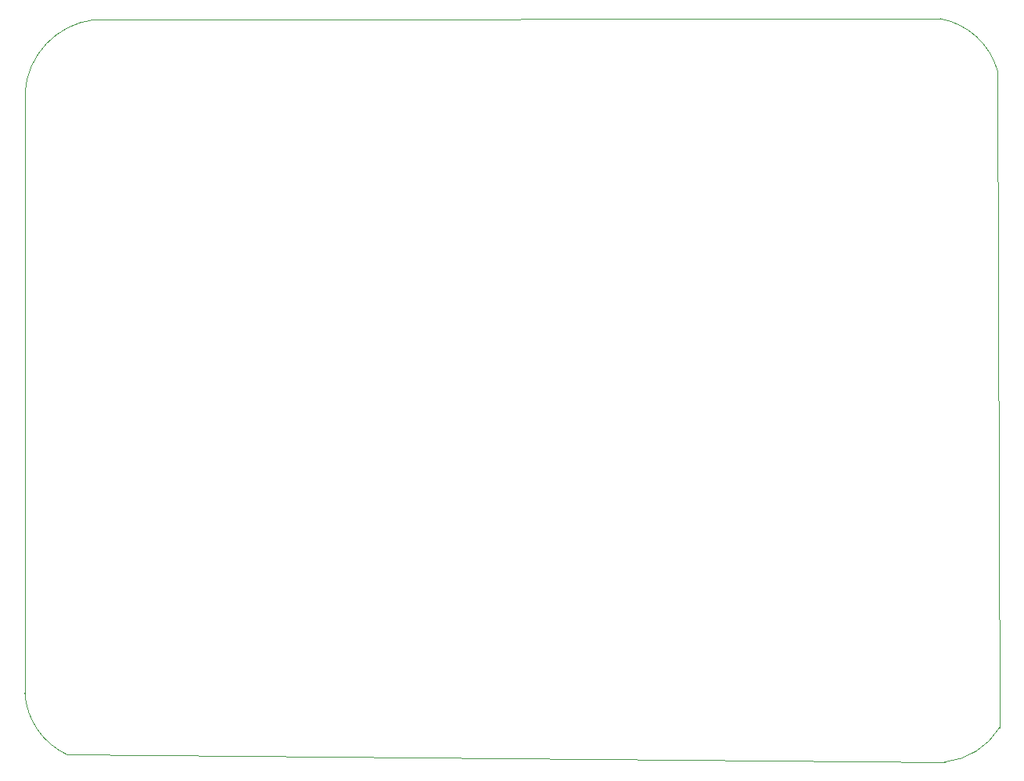
<source format=gm1>
%TF.GenerationSoftware,KiCad,Pcbnew,7.0.2*%
%TF.CreationDate,2023-08-02T19:16:16+03:00*%
%TF.ProjectId,picoballoon,7069636f-6261-46c6-9c6f-6f6e2e6b6963,rev?*%
%TF.SameCoordinates,Original*%
%TF.FileFunction,Profile,NP*%
%FSLAX46Y46*%
G04 Gerber Fmt 4.6, Leading zero omitted, Abs format (unit mm)*
G04 Created by KiCad (PCBNEW 7.0.2) date 2023-08-02 19:16:16*
%MOMM*%
%LPD*%
G01*
G04 APERTURE LIST*
%TA.AperFunction,Profile*%
%ADD10C,0.100000*%
%TD*%
G04 APERTURE END LIST*
D10*
X101816808Y-42250439D02*
X193446400Y-42138600D01*
X94358001Y-115175211D02*
G75*
G03*
X98882200Y-121818398I7902399J519611D01*
G01*
X193929000Y-122631198D02*
G75*
G03*
X199846573Y-118914796I-787400J7823198D01*
G01*
X101816808Y-42250439D02*
G75*
G03*
X94379660Y-50072794I1053192J-8447961D01*
G01*
X94379659Y-50072794D02*
X94358000Y-115175211D01*
X98882200Y-121818399D02*
X193929000Y-122631200D01*
X199641074Y-47816399D02*
X199846573Y-118914796D01*
X199641074Y-47816399D02*
G75*
G03*
X193446400Y-42138600I-7642474J-2120001D01*
G01*
M02*

</source>
